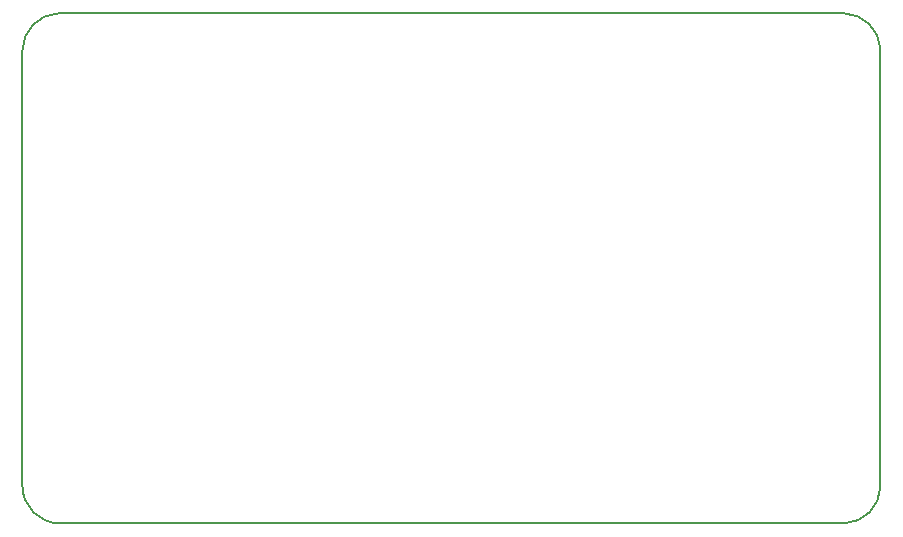
<source format=gbr>
G04 #@! TF.GenerationSoftware,KiCad,Pcbnew,(5.0.1-3-g963ef8bb5)*
G04 #@! TF.CreationDate,2018-11-12T01:28:12+01:00*
G04 #@! TF.ProjectId,MCUmeter,4D43556D657465722E6B696361645F70,rev?*
G04 #@! TF.SameCoordinates,Original*
G04 #@! TF.FileFunction,Profile,NP*
%FSLAX46Y46*%
G04 Gerber Fmt 4.6, Leading zero omitted, Abs format (unit mm)*
G04 Created by KiCad (PCBNEW (5.0.1-3-g963ef8bb5)) date 2018 November 12, Monday 01:28:12*
%MOMM*%
%LPD*%
G01*
G04 APERTURE LIST*
%ADD10C,0.150000*%
G04 APERTURE END LIST*
D10*
X90805000Y-85090000D02*
G75*
G02X87630000Y-81915000I0J3175000D01*
G01*
X160274000Y-82042000D02*
G75*
G02X157226000Y-85090000I-3175000J127000D01*
G01*
X157226000Y-41910000D02*
G75*
G02X160274000Y-44958000I-127000J-3175000D01*
G01*
X87627461Y-45085000D02*
G75*
G02X90678000Y-41910000I3177539J0D01*
G01*
X87630000Y-81915000D02*
X87630000Y-45085000D01*
X157226000Y-85090000D02*
X90805000Y-85090000D01*
X160274000Y-44958000D02*
X160274000Y-82042000D01*
X90678000Y-41910000D02*
X157226000Y-41910000D01*
M02*

</source>
